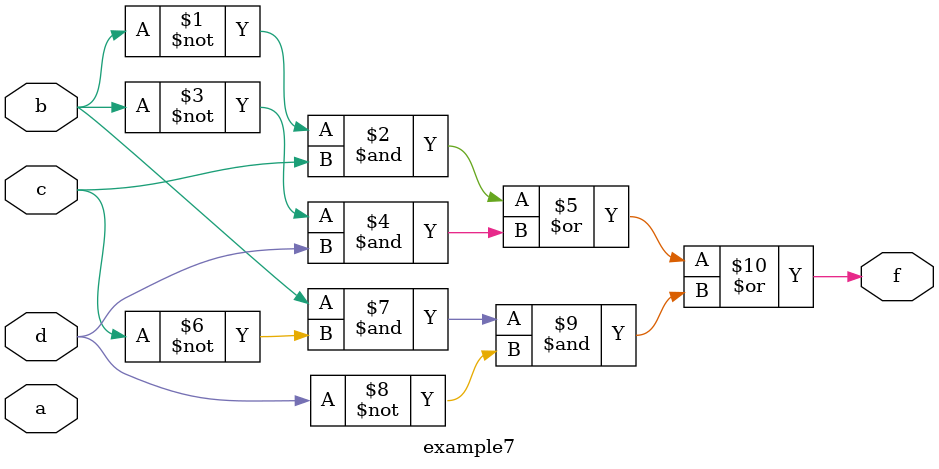
<source format=v>

module example7 (a, b, c, d, f);
    input a, b, c, d;   // Note: 'a' is unused since f does not depend on A
    output f;

    assign f = (~b & c) | (~b & d) | (b & ~c & ~d);
endmodule

</source>
